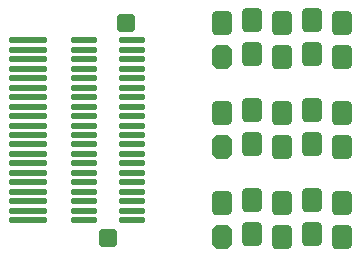
<source format=gbr>
%TF.GenerationSoftware,Altium Limited,Altium Designer,25.4.2 (15)*%
G04 Layer_Color=255*
%FSLAX45Y45*%
%MOMM*%
%TF.SameCoordinates,CEB5D3C2-0C51-4B95-AE11-DBC00170FBBE*%
%TF.FilePolarity,Positive*%
%TF.FileFunction,Pads,Bot*%
%TF.Part,Single*%
G01*
G75*
%TA.AperFunction,SMDPad,CuDef*%
G04:AMPARAMS|DCode=10|XSize=3.2mm|YSize=0.5mm|CornerRadius=0.125mm|HoleSize=0mm|Usage=FLASHONLY|Rotation=0.000|XOffset=0mm|YOffset=0mm|HoleType=Round|Shape=RoundedRectangle|*
%AMROUNDEDRECTD10*
21,1,3.20000,0.25000,0,0,0.0*
21,1,2.95000,0.50000,0,0,0.0*
1,1,0.25000,1.47500,-0.12500*
1,1,0.25000,-1.47500,-0.12500*
1,1,0.25000,-1.47500,0.12500*
1,1,0.25000,1.47500,0.12500*
%
%ADD10ROUNDEDRECTD10*%
%TA.AperFunction,ComponentPad*%
G04:AMPARAMS|DCode=14|XSize=1.7mm|YSize=2.1mm|CornerRadius=0mm|HoleSize=0mm|Usage=FLASHONLY|Rotation=0.000|XOffset=0mm|YOffset=0mm|HoleType=Round|Shape=Octagon|*
%AMOCTAGOND14*
4,1,8,-0.42500,1.05000,0.42500,1.05000,0.85000,0.62500,0.85000,-0.62500,0.42500,-1.05000,-0.42500,-1.05000,-0.85000,-0.62500,-0.85000,0.62500,-0.42500,1.05000,0.0*
%
%ADD14OCTAGOND14*%

G04:AMPARAMS|DCode=15|XSize=1.7mm|YSize=2.1mm|CornerRadius=0.425mm|HoleSize=0mm|Usage=FLASHONLY|Rotation=0.000|XOffset=0mm|YOffset=0mm|HoleType=Round|Shape=RoundedRectangle|*
%AMROUNDEDRECTD15*
21,1,1.70000,1.25001,0,0,0.0*
21,1,0.85000,2.10000,0,0,0.0*
1,1,0.85000,0.42500,-0.62500*
1,1,0.85000,-0.42500,-0.62500*
1,1,0.85000,-0.42500,0.62500*
1,1,0.85000,0.42500,0.62500*
%
%ADD15ROUNDEDRECTD15*%
G04:AMPARAMS|DCode=16|XSize=1.55mm|YSize=1.6mm|CornerRadius=0.3875mm|HoleSize=0mm|Usage=FLASHONLY|Rotation=270.000|XOffset=0mm|YOffset=0mm|HoleType=Round|Shape=RoundedRectangle|*
%AMROUNDEDRECTD16*
21,1,1.55000,0.82500,0,0,270.0*
21,1,0.77500,1.60000,0,0,270.0*
1,1,0.77500,-0.41250,-0.38750*
1,1,0.77500,-0.41250,0.38750*
1,1,0.77500,0.41250,0.38750*
1,1,0.77500,0.41250,-0.38750*
%
%ADD16ROUNDEDRECTD16*%
%TA.AperFunction,SMDPad,CuDef*%
G04:AMPARAMS|DCode=18|XSize=2.2mm|YSize=0.5mm|CornerRadius=0.125mm|HoleSize=0mm|Usage=FLASHONLY|Rotation=180.000|XOffset=0mm|YOffset=0mm|HoleType=Round|Shape=RoundedRectangle|*
%AMROUNDEDRECTD18*
21,1,2.20000,0.25000,0,0,180.0*
21,1,1.95000,0.50000,0,0,180.0*
1,1,0.25000,-0.97500,0.12500*
1,1,0.25000,0.97500,0.12500*
1,1,0.25000,0.97500,-0.12500*
1,1,0.25000,-0.97500,-0.12500*
%
%ADD18ROUNDEDRECTD18*%
D10*
X300000Y2110000D02*
D03*
Y1870000D02*
D03*
Y1950000D02*
D03*
Y2030000D02*
D03*
Y1710000D02*
D03*
Y1790000D02*
D03*
Y1630000D02*
D03*
Y1550000D02*
D03*
Y1470000D02*
D03*
Y1390000D02*
D03*
Y1310000D02*
D03*
Y1230000D02*
D03*
Y1150000D02*
D03*
Y1070000D02*
D03*
Y990000D02*
D03*
Y910000D02*
D03*
Y830000D02*
D03*
Y750000D02*
D03*
Y670000D02*
D03*
Y590000D02*
D03*
D14*
X1946000Y442000D02*
D03*
Y1204000D02*
D03*
Y1966000D02*
D03*
D15*
X2200000Y468000D02*
D03*
X2454000Y442000D02*
D03*
X2708000Y468000D02*
D03*
X2962000Y442000D02*
D03*
X1946000Y736000D02*
D03*
X2200000Y762000D02*
D03*
X2454000Y736000D02*
D03*
X2708000Y762000D02*
D03*
X2962000Y736000D02*
D03*
X2200000Y1230000D02*
D03*
X2454000Y1204000D02*
D03*
X2708000Y1230000D02*
D03*
X2962000Y1204000D02*
D03*
X1946000Y1498000D02*
D03*
X2200000Y1524000D02*
D03*
X2454000Y1498000D02*
D03*
X2708000Y1524000D02*
D03*
X2962000Y1498000D02*
D03*
X2200000Y1992000D02*
D03*
X2454000Y1966000D02*
D03*
X2708000Y1992000D02*
D03*
X2962000Y1966000D02*
D03*
X1946000Y2260000D02*
D03*
X2200000Y2286000D02*
D03*
X2454000Y2260000D02*
D03*
X2708000Y2286000D02*
D03*
X2962000Y2260000D02*
D03*
D16*
X982999Y440002D02*
D03*
X1132999Y2260002D02*
D03*
D18*
X1185999Y2110002D02*
D03*
X779999D02*
D03*
X1185999Y2030002D02*
D03*
Y1950002D02*
D03*
Y1870002D02*
D03*
Y1790002D02*
D03*
Y1710002D02*
D03*
Y1630002D02*
D03*
Y1550002D02*
D03*
Y1470002D02*
D03*
Y1390002D02*
D03*
Y1310002D02*
D03*
Y1230002D02*
D03*
Y1150002D02*
D03*
Y1070002D02*
D03*
Y990002D02*
D03*
Y910001D02*
D03*
Y830002D02*
D03*
Y750002D02*
D03*
Y670001D02*
D03*
Y590002D02*
D03*
X779999Y2030002D02*
D03*
Y1950002D02*
D03*
Y1870002D02*
D03*
Y1790002D02*
D03*
Y1710002D02*
D03*
Y1630002D02*
D03*
Y1550002D02*
D03*
Y1470002D02*
D03*
Y1390002D02*
D03*
Y1310002D02*
D03*
Y1230002D02*
D03*
Y1150002D02*
D03*
Y1070002D02*
D03*
Y990002D02*
D03*
Y910001D02*
D03*
Y830002D02*
D03*
Y750002D02*
D03*
Y670001D02*
D03*
Y590002D02*
D03*
%TF.MD5,f1f182c9be60439794d9df3321dde542*%
M02*

</source>
